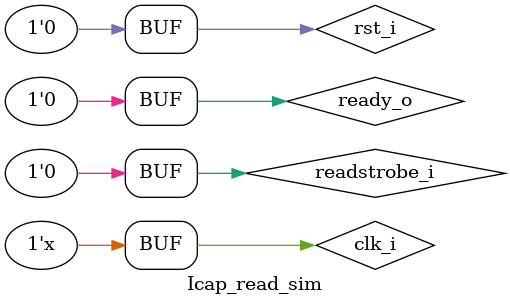
<source format=sv>
`timescale 1ns / 1ps


module Icap_read_sim(

    );
     logic clk_i=1'b1;
     logic rst_i=1'b1;
     logic readstrobe_i=1'b0;
     //wire [22:0] icap_addr_i;
     //reg [31:0] data_o;
     reg ready_o=1'b0;
     //reg data_valid_o;
    icap#()
    icap_uut(
       .clk_i(clk_i),
       .rst_i(rst_i),
       .readstrobe_i(readstrobe_i),
       //.icap_addr_i(icap_addr_i),
       //.data_o(data_o),
       .ready_o(ready_o)
       //.data_valid_o(data_valid_o)
    );
    always #10 clk_i = ~clk_i;
    /*always 
    begin
        #10 clk_i = ~clk_i;
        if (ready_o==readstrobe_i)
        begin
        readstrobe_i<=1;
        end
        else
        begin 
         readstrobe_i<=0;
        end
    end*/
    
    initial begin
            #50
            rst_i<=0;
            //readstrobe_i<=1;
            readstrobe_i<=1;
            #40
            readstrobe_i<=0;
    end 
endmodule


</source>
